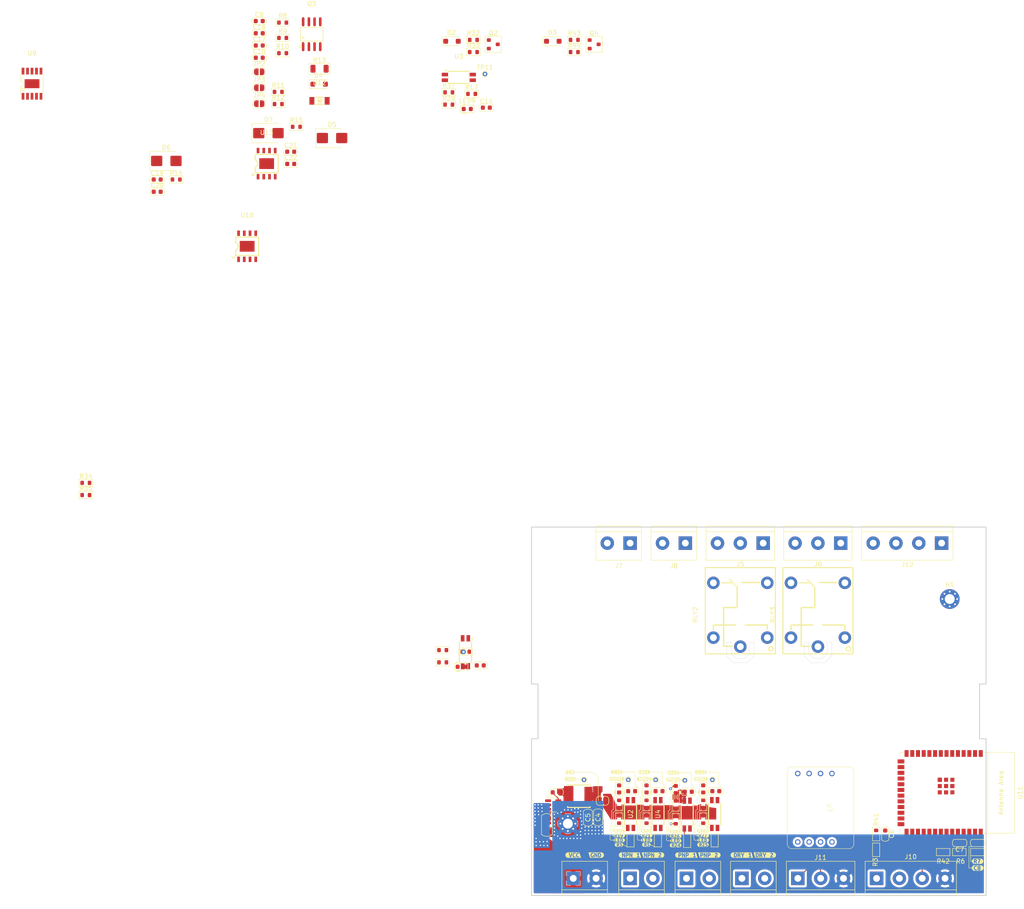
<source format=kicad_pcb>
(kicad_pcb (version 20241229) (generator "pcbnew") (generator_version "9.0")
  (layers (0 "F.Cu" signal) (4 "In1.Cu" signal) (6 "In2.Cu" signal) (2 "B.Cu" signal) (13 "F.Paste" user) (15 "B.Paste" user) (5 "F.SilkS" user "F.Silkscreen") (7 "B.SilkS" user "B.Silkscreen") (1 "F.Mask" user) (3 "B.Mask" user) (25 "Edge.Cuts" user))
  (net 0 "")
  (net 1 "VCC")
  (net 2 "GND")
  (net 3 "Net-(U1-BST)")
  (net 4 "Net-(U1-SW)")
  (net 5 "Net-(JP1-A)")
  (net 6 "/NIVARA_BOARD/ESP32 S3/A_IN0_10")
  (net 7 "/NIVARA_BOARD/ESP32 S3/A_IN0_32")
  (net 8 "/NIVARA_BOARD/ESP32 S3/NPN_IN1")
  (net 9 "/NIVARA_BOARD/ESP32 S3/NPN_IN2")
  (net 10 "Net-(D3-A)")
  (net 11 "Net-(D2-A)")
  (net 12 "/NIVARA_BOARD/RS_B")
  (net 13 "/NIVARA_BOARD/RS_A")
  (net 14 "/NIVARA_BOARD/NPN_IN2")
  (net 15 "/NIVARA_BOARD/NPN_IN1")
  (net 16 "/NIVARA_BOARD/PNP_IN1")
  (net 17 "/NIVARA_BOARD/PNP_IN2")
  (net 18 "/NIVARA_BOARD/REL_COM2")
  (net 19 "/NIVARA_BOARD/REL_NO2")
  (net 20 "/NIVARA_BOARD/REL_NC2")
  (net 21 "/NIVARA_BOARD/REL_COM1")
  (net 22 "/NIVARA_BOARD/REL_NO1")
  (net 23 "/NIVARA_BOARD/REL_NC1")
  (net 24 "/NIVARA_BOARD/NPN_OUT1")
  (net 25 "/NIVARA_BOARD/NPN_OUT2")
  (net 26 "/NIVARA_BOARD/PNP_OUT1")
  (net 27 "/NIVARA_BOARD/PNP_OUT2")
  (net 28 "+3V3")
  (net 29 "Net-(LED5-A)")
  (net 30 "Net-(LED6-A)")
  (net 31 "Net-(LED7-A)")
  (net 32 "Net-(LED8-A)")
  (net 33 "Net-(Q4-B)")
  (net 34 "Net-(Q2-B)")
  (net 35 "Net-(U2-A{slash}C)")
  (net 36 "Net-(U4-A{slash}C)")
  (net 37 "Net-(U5-A{slash}C)")
  (net 38 "Net-(U6-A{slash}C)")
  (net 39 "Net-(U9-V5V)")
  (net 40 "Net-(U9-SET)")
  (net 41 "Net-(U7-VO)")
  (net 42 "Net-(U7-RGND)")
  (net 43 "/NIVARA_BOARD/ESP32 S3/PNP_IN1")
  (net 44 "/NIVARA_BOARD/ESP32 S3/PNP_IN2")
  (net 45 "/NIVARA_BOARD/ESP32 S3/DRY_IN2")
  (net 46 "/NIVARA_BOARD/ESP32 S3/DRY_IN1")
  (net 47 "/NIVARA_BOARD/D_IN2")
  (net 48 "/NIVARA_BOARD/D_IN1")
  (net 49 "/NIVARA_BOARD/A_IN0_10")
  (net 50 "/NIVARA_BOARD/A_IN0_32")
  (net 51 "/NIVARA_BOARD/A_IN4_20")
  (net 52 "/NIVARA_BOARD/A_OUT0_05")
  (net 53 "/NIVARA_BOARD/A_OUT4_20")
  (net 54 "/NIVARA_BOARD/A_OUT0_10")
  (net 55 "Net-(LED9-A)")
  (net 56 "Net-(LED10-A)")
  (net 57 "/NIVARA_BOARD/ESP32 S3/RX")
  (net 58 "Net-(U8-C{slash}A)")
  (net 59 "/NIVARA_BOARD/ESP32 S3/TX")
  (net 60 "Net-(U3-C{slash}A)")
  (net 61 "/NIVARA_BOARD/OUT A 4-20mA/A0")
  (net 62 "Net-(Q3-G)")
  (net 63 "Net-(D5-A1)")
  (net 64 "Net-(U10-V5V)")
  (net 65 "/NIVARA_BOARD/OUT A 4-20mA/A1")
  (net 66 "Net-(U13-V5V)")
  (net 67 "/NIVARA_BOARD/OUT A 4-20mA/A2")
  (net 68 "Net-(D4-A)")
  (net 69 "Net-(U9-IOUT)")
  (net 70 "Net-(U10-SEL)")
  (net 71 "Net-(U13-SEL)")
  (net 72 "/NIVARA_BOARD/ESP32 S3/RELAY_OUT1")
  (net 73 "/NIVARA_BOARD/ESP32 S3/RELAY_OUT2")
  (net 74 "/NIVARA_BOARD/ESP32 S3/I2C.SLCK")
  (net 76 "/NIVARA_BOARD/ESP32 S3/I2C.SDA")
  (net 77 "/NIVARA_BOARD/OUT A 0-10V/I2C.SDA")
  (net 78 "/NIVARA_BOARD/OUT A 0-10V/I2C.SLCK")
  (net 112 "/NIVARA_BOARD/OUT A 0-05V/I2C.SLCK")
  (net 113 "/NIVARA_BOARD/OUT A 0-05V/I2C.SDA")
  (footprint "PCM_Capacitor_SMD_AKL:C_0603_1608Metric" (layer "F.Cu") (at 157.091326 130.340001 180)
    (property "Reference" "C7")
    (property "Value" "100nF" (hide yes))
  )
  (footprint "PCM_Resistor_SMD_AKL:R_0603_1608Metric" (layer "F.Cu") (at 96.4284 129.831401 -90)
    (property "Reference" "R24" (hide yes))
    (property "Value" "1K" (hide yes))
  )
  (footprint "PCM_Capacitor_SMD_AKL:C_0603_1608Metric" (layer "F.Cu") (at 90.168323 118.809001)
    (property "Reference" "C11" (hide yes))
    (property "Value" "1uF" (hide yes))
  )
  (footprint "Jumper:SolderJumper-2_P1.3mm_Open_RoundedPad1.0x1.5mm" (layer "F.Cu") (at 77.584 120.942001)
    (property "Reference" "JP1" (hide yes))
    (property "Value" "SolderJumper_2_Open" (hide yes))
  )
  (footprint "PCM_Resistor_SMD_AKL:R_0603_1608Metric" (layer "F.Cu") (at 6.3861 -52.278199)
    (property "Reference" "R8")
    (property "Value" "1K" (hide yes))
  )
  (footprint "PCM_Resistor_SMD_AKL:R_0603_1608Metric" (layer "F.Cu") (at 5.4096 -34.141199)
    (property "Reference" "R12")
    (property "Value" "100K" (hide yes))
  )
  (footprint "PCM_Capacitor_SMD_AKL:C_0603_1608Metric" (layer "F.Cu") (at -21.540461 -14.631193)
    (property "Reference" "C20")
    (property "Value" "100nF" (hide yes))
  )
  (footprint "PCM_Resistor_SMD_AKL:R_0603_1608Metric" (layer "F.Cu") (at 42.0134 90.130801)
    (property "Reference" "R40" (hide yes))
    (property "Value" "50R" (hide yes))
  )
  (footprint "PCM_LED_SMD_AKL:LED_0603_1608Metric" (layer "F.Cu") (at 93.8884 118.427401 90)
    (property "Reference" "LED7" (hide yes))
    (property "Value" "LED_0603_Green" (hide yes))
  )
  (footprint "kibuzzard-68867375" (layer "F.Cu") (at 81.291323 129.705001)
    (property "Reference" "kibuzzard-68867375" (hide yes))
    (property "Value" "G***" (hide yes))
  )
  (footprint "PCM_Resistor_SMD_AKL:R_0603_1608Metric" (layer "F.Cu") (at 153.4162 132.372001)
    (property "Reference" "R42")
    (property "Value" "10K" (hide yes))
  )
  (footprint "Diode_SMD:D_SOD-123F" (layer "F.Cu") (at 66.5242 -48.123999)
    (property "Reference" "D3")
    (property "Value" "1N4007")
  )
  (footprint "easyeda2kicad:SSOP-4_L2.7-W4.6-P1.27-LS7.0-TL" (layer "F.Cu") (at 45.6042 -40.083999)
    (property "Reference" "U3")
    (property "Value" "AT3H4A-CUH-S")
  )
  (footprint "PCM_Resistor_SMD_AKL:R_0603_1608Metric" (layer "F.Cu") (at 138.4932 131.864001 90)
    (property "Reference" "R3")
    (property "Value" "22K" (hide yes))
  )
  (footprint "PCM_Capacitor_SMD_AKL:C_0603_1608Metric" (layer "F.Cu") (at 1.179539 -44.461185)
    (property "Reference" "C18")
    (property "Value" "100nF" (hide yes))
  )
  (footprint "PCM_Resistor_SMD_AKL:R_0603_1608Metric" (layer "F.Cu") (at 43.3642 -36.748999)
    (property "Reference" "R37")
    (property "Value" "10K" (hide yes))
  )
  (footprint "kibuzzard-68867375" (layer "F.Cu") (at 93.877035 129.840448)
    (property "Reference" "kibuzzard-68867375" (hide yes))
    (property "Value" "G***" (hide yes))
  )
  (footprint "PCM_Resistor_SMD_AKL:R_0603_1608Metric" (layer "F.Cu") (at 138.505804 128.358001 90)
    (property "Reference" "R41")
    (property "Value" "10K" (hide yes))
  )
  (footprint "easyeda2kicad:SSOP-4_L2.7-W4.6-P1.27-LS7.0-TL" (layer "F.Cu") (at 96.4284 124.015401 90)
    (property "Reference" "U5" (hide yes))
    (property "Value" "AT3H4A-CUH-S" (hide yes))
  )
  (footprint "easyeda2kicad:RELAY-TH_SRD-XXVDC-XL-C" (layer "F.Cu") (at 108.2672 79.528001 90)
    (property "Reference" "RLY2")
    (property "Value" "SRD-24VDC-SL-C" (hide yes))
  )
  (footprint "kibuzzard-6886ADA1" (layer "F.Cu") (at 93.369035 114.699448)
    (property "Reference" "kibuzzard-6886ADA1" (hide yes))
    (property "Value" "G***" (hide yes))
  )
  (footprint "PCM_LED_SMD_AKL:LED_0603_1608Metric" (layer "F.Cu") (at 100.0122 118.300401 90)
    (property "Reference" "LED8" (hide yes))
    (property "Value" "LED_0603_Green" (hide yes))
  )
  (footprint "PCM_Capacitor_SMD_AKL:C_0603_1608Metric" (layer "F.Cu") (at 50.373339 90.810803)
    (property "Reference" "C15" (hide yes))
    (property "Value" "1uF" (hide yes))
  )
  (footprint "kibuzzard-68868B65" (layer "F.Cu") (at 161.0362 135.902601)
    (property "Reference" "kibuzzard-68868B65" (hide yes))
    (property "Value" "G***" (hide yes))
  )
  (footprint "kibuzzard-68868F72" (layer "F.Cu") (at 113.712027 133.032401)
    (property "Reference" "kibuzzard-68868F72" (hide yes))
    (property "Value" "G***" (hide yes))
  )
  (footprint "Diode_SMD:D_SOD-123F" (layer "F.Cu") (at 14.5096 -38.576199)
    (property "Reference" "D4")
    (property "Value" "1N4007")
  )
  (footprint "Package_TO_SOT_SMD:TSOT-23-6" (layer "F.Cu") (at 66.6077 121.871601)
    (property "Reference" "U1" (hide yes))
    (property "Value" "AP63203WU" (hide yes))
  )
  (footprint "TerminalBlock:TerminalBlock_bornier-2_P5.08mm" (layer "F.Cu") (at 83.7308 63.588801 180)
    (property "Reference" "J7")
    (property "Value" "O_NPN")
  )
  (footprint "kibuzzard-68868D86" (layer "F.Cu") (at 83.714627 133.032401)
    (property "Reference" "kibuzzard-68868D86" (hide yes))
    (property "Value" "G***" (hide yes))
  )
  (footprint "PCM_Package_TO_SOT_SMD_AKL:SOT-23" (layer "F.Cu") (at 75.7242 -47.438999)
    (property "Reference" "Q4")
    (property "Value" "PMBT3904" (hide yes))
  )
  (footprint "kibuzzard-6886AD61" (layer "F.Cu") (at 80.783323 116.088001)
    (property "Reference" "kibuzzard-6886AD61" (hide yes))
    (property "Value" "G***" (hide yes))
  )
  (footprint "PCM_Resistor_SMD_AKL:R_0603_1608Metric" (layer "F.Cu") (at 161.0362 132.372001)
    (property "Reference" "R7" (hide yes))
    (property "Value" "150R" (hide yes))
  )
  (footprint "kibuzzard-68868CAC" (layer "F.Cu") (at 71.072939 133.032401)
    (property "Reference" "kibuzzard-68868CAC" (hide yes))
    (property "Value" "G***" (hide yes))
  )
  (footprint "PCM_LED_SMD_AKL:LED_0603_1608Metric" (layer "F.Cu") (at 46.1334 91.110801)
    (property "Reference" "LED10" (hide yes))
    (property "Value" "LED_0603_Green" (hide yes))
  )
  (footprint "Diode_SMD:D_SMB" (layer "F.Cu") (at 3.2196 -27.676199)
    (property "Reference" "D7")
    (property "Value" "SM6T12A")
  )
  (footprint "PCM_Espressif:ESP32-S3-WROOM-1" (layer "F.Cu") (at 153.5232 119.164001 -90)
    (property "Reference" "U11")
    (property "Value" "ESP32-S3-WROOM-1")
  )
  (footprint "kibuzzard-6886CB54" (layer "F.Cu") (at 70.4212 114.592001)
    (property "Reference" "kibuzzard-6886CB54" (hide yes))
    (property "Value" "G***" (hide yes))
  )
  (footprint "kibuzzard-6886740D" (layer "F.Cu") (at 87.387323 128.689001)
    (property "Reference" "kibuzzard-6886740D" (hide yes))
    (property "Value" "G***" (hide yes))
  )
  (footprint "Diode_SMD:D_SOD-123F" (layer "F.Cu") (at 44.0742 -48.123999)
    (property "Reference" "D2")
    (property "Value" "1N4007")
  )
  (footprint "PCM_Resistor_SMD_AKL:R_0603_1608Metric" (layer "F.Cu") (at 93.8884 121.792401 90)
    (property "Reference" "R26" (hide yes))
    (property "Value" "10K" (hide yes))
  )
  (footprint "PCM_Resistor_SMD_AKL:R_1206_3216Metric" (layer "F.Cu") (at 14.5996 -42.011199)
    (property "Reference" "R13")
    (property "Value" "15R" (hide yes))
  )
  (footprint "kibuzzard-68868E8A" (layer "F.Cu") (at 101.367627 133.032401)
    (property "Reference" "kibuzzard-68868E8A" (hide yes))
    (property "Value" "G***" (hide yes))
  )
  (footprint "kibuzzard-6886ADE0" (layer "F.Cu") (at 93.877035 127.808448)
    (property "Reference" "kibuzzard-6886ADE0" (hide yes))
    (property "Value" "G***" (hide yes))
  )
  (footprint "TerminalBlock:TerminalBlock_bornier-2_P5.08mm" (layer "F.Cu") (at 96.0244 63.588801 180)
    (property "Reference" "J8")
    (property "Value" "O_PNP")
  )
  (footprint "PCM_LED_SMD_AKL:LED_0603_1608Metric" (layer "F.Cu") (at 47.4842 -33.048999)
    (property "Reference" "LED9")
    (property "Value" "LED_0603_Green" (hide yes))
  )
  (footprint "PCM_Capacitor_SMD_AKL:C_0603_1608Metric" (layer "F.Cu") (at 84.072323 118.809001)
    (property "Reference" "C10" (hide yes))
    (property "Value" "1uF" (hide yes))
  )
  (footprint "TerminalBlock:TerminalBlock_bornier-3_P5.08mm" (layer "F.Cu") (at 130.6192 63.588801 180)
    (property "Reference" "J6")
    (property "Value" "RELAY_2")
  )
  (footprint "PCM_Resistor_SMD_AKL:R_0603_1608Metric" (layer "F.Cu") (at 87.387323 121.666001 90)
    (property "Reference" "R21" (hide yes))
    (property "Value" "10K" (hide yes))
  )
  (footprint "PCM_Capacitor_SMD_AKL:C_0603_1608Metric" (layer "F.Cu") (at 1.179539 -52.621197)
    (property "Reference" "C9")
    (property "Value" "1uF" (hide yes))
  )
  (footprint "kibuzzard-68867375" (layer "F.Cu") (at 87.387323 129.705001)
    (property "Reference" "kibuzzard-68867375" (hide yes))
    (property "Value" "G***" (hide yes))
  )
  (footprint "PCM_Resistor_SMD_AKL:R_0603_1608Metric" (layer "F.Cu") (at -37.4178 50.172801)
    (property "Reference" "R34")
    (property "Value" "47K" (hide yes))
  )
  (footprint "kibuzzard-688671E8" (layer "F.Cu") (at 81.291323 127.673001)
    (property "Reference" "kibuzzard-688671E8" (hide yes))
    (property "Value" "G***" (hide yes))
  )
  (footprint "PCM_LED_SMD_AKL:LED_0603_1608Metric" (layer "F.Cu") (at 81.291323 118.301001 90)
    (property "Reference" "LED5" (hide yes))
    (property "Value" "LED_0603_Green" (hide yes))
  )
  (footprint "easyeda2kicad:IND-SMD_L5.0-W5.0_FNR50XXS" (layer "F.Cu") (at 72.3172 119.926001)
    (property "Reference" "L2" (hide yes))
    (property "Value" "FNR5020S3R9NT" (hide yes))
  )
  (footprint "PCM_Resistor_SMD_AKL:R_0603_1608Metric" (layer "F.Cu") (at 71.3042 -48.438999)
    (property "Reference" "R43")
    (property "Value" "22K" (hide yes))
  )
  (footprint "PCM_Resistor_SMD_AKL:R_0603_1608Metric" (layer "F.Cu") (at 43.3642 -34.028999)
    (property "Reference" "R39")
    (property "Value" "50R" (hide yes))
  )
  (footprint "PCM_Resistor_SMD_AKL:R_0603_1608Metric" (layer "F.Cu") (at 42.0134 87.410801)
    (property "Reference" "R38" (hide yes))
    (property "Value" "10K" (hide yes))
  )
  (footprint "PCM_Capacitor_SMD_AKL:C_0603_1608Metric" (layer "F.Cu") (at 161.0862 130.340001 180)
    (property "Reference" "C8" (hide yes))
    (property "Value" "100nF" (hide yes))
  )
  (footprint "easyeda2kicad:SOP-8_L5.0-W4.0-P1.27-LS6.0-BL" (layer "F.Cu") (at 12.8596 -49.691199)
    (property "Reference" "Q3")
    (property "Value" "BRCS4435SC")
  )
  (footprint "PCM_Resistor_SMD_AKL:R_0603_1608Metric" (layer "F.Cu") (at 48.8542 -48.438999)
    (property "Reference" "R32")
    (property "Value" "22K" (hide yes))
  )
  (footprint "kibuzzard-6886AE62" (layer "F.Cu") (at 99.981145 128.699227)
    (property "Reference" "kibuzzard-6886AE62" (hide yes))
    (property "Value" "G***" (hide yes))
  )
  (footprint "PCM_Resistor_SMD_AKL:R_0603_1608Metric" (layer "F.Cu") (at 6.3861 -48.872199)
    (property "Reference" "R9")
    (property "Value" "1K" (hide yes))
  )
  (footprint "PCM_Capacitor_SMD_AKL:C_0805_2012Metric" (layer "F.Cu") (at 76.612004 124.620001 -90)
    (property "Reference" "C4")
    (property "Value" "22uF" (hide yes))
  )
  (footprint "TestPoint:TestPoint_THTPad_D1.0mm_Drill0.5mm" (layer "F.Cu") (at 51.4292 -40.833999)
    (property "Reference" "TP11")
    (property "Value" "TestPoint")
  )
  (footprint "TerminalBlock:TerminalBlock_bornier-3_P5.08mm" (layer "F.Cu") (at 113.3472 63.588801 180)
    (property "Reference" "J5")
    (property "Value" "RELAY_1")
  )
  (footprint "kibuzzard-68867375" (layer "F.Cu") (at 99.981145 129.715227)
    (property "Reference" "kibuzzard-68867375" (hide yes))
    (property "Value" "G***" (hide yes))
  )
  (footprint "easyeda2kicad:SSOP-4_L2.7-W4.6-P1.27-LS7.0-TL" (layer "F.Cu") (at 83.831323 123.889001 90)
    (property "Reference" "U2")
    (property "Value" "AT3H4A-CUH-S" (hide yes))
  )
  (footprint "kibuzzard-688673E6" (layer "F.Cu") (at 87.387323 127.673001)
    (property "Reference" "kibuzzard-688673E6" (hide yes))
    (property "Value" "G***" (hide yes))
  )
  (footprint "TerminalBlock:TerminalBlock_bornier-2_P5.08mm" (layer "F.Cu") (at 108.6228 138.214001)
    (property "Reference" "J9" (hide yes))
    (property "Value" "I_DIG" (hide yes))
  )
  (footprint "PCM_Capacitor_SMD_AKL:C_0603_1608Metric" (layer "F.Cu") (at 140.5252 128.337288 -90)
    (property "Reference" "C6")
    (property "Value" "100nF" (hide yes))
  )
  (footprint "PCM_Capacitor_SMD_AKL:C_0603_1608Metric" (layer "F.Cu") (at 1.179539 -47.181189)
    (property "Reference" "C17")
    (property "Value" "1uF" (hide yes))
  )
  (footprint "TerminalBlock:TerminalBlock_bornier-3_P5.08mm" (layer "F.Cu") (at 121.0688 138.214001)
    (property "Reference" "J11")
    (property "Value" "RS485")
  )
  (footprint "PCM_Capacitor_SMD_AKL:C_0603_1608Metric" (layer "F.Cu") (at 1.179539 -49.901193)
    (property "Reference" "C16")
    (property "Value" "220uF" (hide yes))
  )
  (footprint "kibuzzard-6886ADF2" (layer "F.Cu") (at 93.877035 128.824448)
    (property "Reference" "kibuzzard-6886ADF2" (hide yes))
    (property "Value" "G***" (hide yes))
  )
  (footprint "Diode_SMD:D_SMB" (layer "F.Cu") (at 17.386 -26.581199)
    (property "Reference" "D5")
    (property "Value" "SM6T24A")
  )
  (footprint "PCM_Resistor_SMD_AKL:R_0603_1608Metric" (layer "F.Cu") (at 6.3861 -45.466199)
    (property "Reference" "R10")
    (property "Value" "1K" (hide yes))
  )
  (footprint "kibuzzard-68869F01" (layer "F.Cu") (at 87.387323 130.721001)
    (property "Reference" "kibuzzard-68869F01" (hide yes))
    (property "Value" "G***" (hide yes))
  )
  (footprint "kibuzzard-6886CB2B" (layer "F.Cu") (at 70.4212 116.116001)
    (property "Reference" "kibuzzard-6886CB2B" (hide yes))
    (property "Value" "G***" (hide yes))
  )
  (footprint "TerminalBlock:TerminalBlock_bornier-2_P5.08mm" (layer "F.Cu") (at 71.0816 138.214001)
    (property "Reference" "J1" (hide yes))
    (property "Value" "Power" (hide yes))
  )
  (footprint "TerminalBlock:TerminalBlock_bornier-4_P5.08mm" (layer "F.Cu") (at 153.0728 63.588801 180)
    (property "Reference" "J12")
    (property "Value" "O_ANALOG")
  )
  (footprint "TestPoint:TestPoint_THTPad_D1.0mm_Drill0.5mm" (layer "F.Cu") (at 95.9204 116.395401)
    (property "Reference" "TP9" (hide yes))
    (property "Value" "TestPoint" (hide yes))
  )
  (footprint "PCM_Resistor_SMD_AKL:R_0603_1608Metric" (layer "F.Cu") (at -37.4178 52.892801)
    (property "Reference" "R35")
    (property "Value" "47K" (hide yes))
  )
  (footprint "PCM_Resistor_SMD_AKL:R_0603_1608Metric" (layer "F.Cu") (at 102.5522 129.704401 -90)
    (property "Reference" "R25" (hide yes))
    (property "Value" "1K" (hide yes))
  )
  (footprint "PCM_Capacitor_SMD_AKL:C_0805_2012Metric" (layer "F.Cu") (at 74.3492 124.686001 -90)
    (property "Reference" "C5")
    (property "Value" "22uF" (hide yes))
  )
  (footprint "PCM_Resistor_SMD_AKL:R_0603_1608Metric" (layer "F.Cu") (at 47.1099 87.753801)
    (property "Reference" "R16" (hide yes))
    (property "Value" "?" (hide yes))
  )
  (footprint "TerminalBlock:TerminalBlock_bornier-2_P5.08mm" (layer "F.Cu") (at 83.7308 138.214001)
    (property "Reference" "J3" (hide yes))
    (property "Value" "I_NPN" (hide yes))
  )
  (footprint "kibuzzard-6886A148" (layer "F.Cu") (at 86.886683 114.564001)
    (property "Reference" "kibuzzard-6886A148" (hide yes))
    (property "Value" "G***" (hide yes))
  )
  (footprint "PCM_Capacitor_SMD_AKL:C_0603_1608Metric" (layer "F.Cu") (at 102.8062 118.805201)
    (property "Reference" "C13" (hide yes))
    (property "Value" "1uF" (hide yes))
  )
  (footprint "PCM_Resistor_SMD_AKL:R_0603_1608Metric" (layer "F.Cu") (at 100.0122 121.665401 90)
    (property "Reference" "R27" (hide yes))
    (property "Value" "10K" (hide yes))
  )
  (footprint "kibuzzard-68869F01" (layer "F.Cu") (at 81.291323 130.721001)
    (property "Reference" "kibuzzard-68869F01" (hide yes))
    (property "Value" "G***" (hide yes))
  )
  (footprint "PCM_Capacitor_SMD_AKL:C_0603_1608Metric" (layer "F.Cu") (at 67.2716 119.062401)
    (property "Reference" "C2" (hide yes))
    (property "Value" "100nF" (hide yes))
  )
  (footprint "PCM_Resistor_SMD_AKL:R_0603_1608Metric" (layer "F.Cu") (at 71.3042 -45.718999)
    (property "Reference" "R44")
    (property "Value" "?" (hide yes))
  )
  (footprint "kibuzzard-6886AD53" (layer "F.Cu") (at 86.879323 116.088001)
    (property "Reference" "kibuzzard-6886AD53" (hide yes))
    (property "Value" "G***" (hide yes))
  )
  (footprint "kibuzzard-68857B38" (layer "F.Cu") (at 161.0362 134.404001)
    (property "Reference" "kibuzzard-68857B38" (hide yes))
    (property "Value" "G***" (hide yes))
  )
  (footprint "PCM_Capacitor_SMD_AKL:C_1206_3216Metric" (layer "F.Cu") (at 65.2052 126.325001 -90)
    (property "Reference" "C1" (hide yes))
    (property "Value" "10uF" (hide yes))
  )
  (footprint "kibuzzard-6886A071" (layer "F.Cu") (at 99.473145 116.098227)
    (property "Reference" "kibuzzard-6886A071" (hide yes))
    (property "Value" "G***" (hide yes))
  )
  (footprint "PCM_LED_SMD_AKL:LED_0603_1608Metric" (layer "F.Cu") (at 87.387323 118.301001 90)
    (property "Reference" "LED6" (hide yes))
    (property "Value" "LED_0603_Green" (hide yes))
  )
  (footprint "TestPoint:TestPoint_THTPad_D1.0mm_Drill0.5mm" (layer "F.Cu") (at 83.323323 116.269001)
    (property "Reference" "TP6" (hide yes))
    (property "Value" "TestPoint" (hide yes))
  )
  (footprint "PCM_Resistor_SMD_AKL:R_0603_1608Metric" (layer "F.Cu") (at 157.0096 132.372001 180)
    (property "Reference" "R6")
    (property "Value" "1K" (hide yes))
  )
  (footprint "PCM_Resistor_SMD_AKL:R_0603_1608Metric" (layer "F.Cu") (at 48.8542 -45.718999)
    (property "Reference" "R33")
    (property "Value" "?" (hide yes))
  )
  (footprint "PCM_Resistor_SMD_AKL:R_0603_1608Metric" (layer "F.Cu") (at 93.8884 125.231401 -90)
    (property "Reference" "R28" (hide yes))
    (property "Value" "?" (hide yes))
  )
  (footprint "PCM_Capacitor_SMD_AKL:C_0603_1608Metric" (layer "F.Cu") (at -21.540461 -17.351197)
    (property "Reference" "C19")
    (property "Value" "1uF" (hide yes))
  )
  (footprint "kibuzzard-68868DBB" (layer "F.Cu") (at 88.820027 133.032401)
    (property "Reference" "kibuzzard-68868DBB" (hide yes))
    (property "Value" "G***" (hide yes))
  )
  (footprint "easyeda2kicad:SSOP-4_L2.7-W4.6-P1.27-LS7.0-TL" (layer "F.Cu") (at 89.927323 123.889001 90)
    (property "Reference" "U4")
    (property "Value" "AT3H4A-CUH-S" (hide yes))
  )
  (footprint "kibuzzard-6886AE03" (layer "F.Cu") (at 93.877035 130.856448)
    (property "Reference" "kibuzzard-6886AE03" (hide yes))
    (property "Value" "G***" (hide yes))
  )
  (footprint "kibuzzard-6886AE38" (layer "F.Cu") (at 99.981145 127.683227)
    (property "Reference" "kibuzzard-6886AE38" (hide yes))
    (property "Value" "G***" (hide yes))
  )
  (footprint "easyeda2kicad:SSOP-4_L2.7-W4.6-P1.27-LS7.0-TL" (layer "F.Cu") (at 47.0836 87.872401 -90)
    (property "Reference" "U8" (hide yes))
    (property "Value" "AT3H4A-CUH-S" (hide yes))
  )
  (footprint "TestPoint:TestPoint_THTPad_D1.0mm_Drill0.5mm" (layer "F.Cu") (at 46.636517 87.796201)
    (property "Reference" "TP12" (hide yes))
    (property "Value" "TestPoint" (hide yes))
  )
  (footprint "TestPoint:TestPoint_THTPad_D1.0mm_Drill0.5mm" (layer "F.Cu") (at 73.4692 116.269001)
    (property "Reference" "TP1" (hide yes))
    (property "Value" "TestPoint" (hide yes))
  )
  (footprint "kibuzzard-6886A071" (layer "F.Cu") (at 93.369035 116.223448)
    (property "Reference" "kibuzzard-6886A071" (hide yes))
    (property "Value" "G***" (hide yes))
  )
  (footprint "kibuzzard-6886A0F4" (layer "F.Cu") (at 80.783323 114.564001)
    (property "Reference" "kibuzzard-6886A0F4" (hide yes))
    (property "Value" "G***" (hide yes))
  )
  (footprint "Jumper:SolderJumper-2_P1.3mm_Open_RoundedPad1.0x1.5mm" (layer "F.Cu") (at 1.1746 -34.226199)
    (property "Reference" "JP4")
    (property "Value" "A2")
  )
  (footprint "PCM_Resistor_SMD_AKL:R_0603_1608Metric" (layer "F.Cu") (at 5.4096 -36.861199)
    (property "Reference" "R11")
    (property "Value" "2.5K" (hide yes))
  )
  (footprint "MountingHole:MountingHole_2.2mm_M2_Pad_Via" (layer "F.Cu") (at 154.8772 76.032001)
    (property "Reference" "H1")
    (property "Value" "MountingHole_Pad")
  )
  (footprint "easyeda2kicad:SSOP-4_L2.7-W4.6-P1.27-LS7.0-TL" (layer "F.Cu") (at 102.5522 123.888401 90)
    (property "Reference" "U6" (hide yes))
    (property "Value" "AT3H4A-CUH-S" (hide yes))
  )
  (footprint "PCM_Resistor_SMD_AKL:R_0603_1608Metric" (layer "F.Cu") (at 83.831323 129.705001 -90)
    (property "Reference" "R4" (hide yes))
    (property "Value" "1K" (hide yes))
  )
  (footprint "TestPoint:TestPoint_THTPad_D1.0mm_Drill0.5mm" (layer "F.Cu") (at 102.0442 116.268401)
    (property "Reference" "TP10" (hide yes))
    (property "Value" "TestPoint" (hide yes))
  )
  (footprint "kibuzzard-688672FE" (layer "F.Cu") (at 81.291323 128.689001)
    (property "Reference" "kibuzzard-688672FE" (hide yes))
    (property "Value" "G***" (hide yes))
  )
  (footprint "MountingHole:MountingHole_2.2mm_M2_Pad_Via" (layer "F.Cu") (at 69.8772 126.032001)
    (property "Reference" "H2" (hide yes))
    (property "Value" "MountingHole_Pad")
  )
  (footprint "PCM_Resistor_SMD_AKL:R_0603_1608Metric" (layer "F.Cu") (at 100.0122 125.104401 -90)
    (property "Reference" "R29" (hide yes))
    (property "Value" "?" (hide yes))
  )
  (footprint "Diode_SMD:D_SMB" (layer "F.Cu") (at -19.5004 -21.486199)
    (property "Reference" "D6")
    (property "Value" "SM6T12A")
  )
  (footprint "PCM_Resistor_SMD_AKL:R_0603_1608Metric" (layer "F.Cu") (at 81.291323 125.096001 -90)
    (property "Reference" "R20" (hide yes))
    (property "Value" "50R" (hide yes))
  )
  (footprint "PCM_Capacitor_SMD_AKL:C_0603_1608Metric" (layer "F.Cu") (at 8.179539 -23.541197)
    (property "Reference" "C21")
    (property "Value" "1uF" (hide yes))
  )
  (footprint "PCM_Capacitor_SMD_AKL:C_0603_1608Metric" (layer "F.Cu") (at 51.724139 -33.348997)
    (property "Reference" "C14")
    (property "Value" "1uF" (hide yes))
  )
  (footprint "Jumper:SolderJumper-2_P1.3mm_Open_RoundedPad1.0x1.5mm" (layer "F.Cu") (at 1.1746 -41.326199)
    (property "Reference" "JP2")
    (property "Value" "A0")
  )
  (footprint "TestPoint:TestPoint_THTPad_D1.0mm_Drill0.5mm" (layer "F.Cu") (at 89.419323 116.269001)
    (property "Reference" "TP7" (hide yes))
    (property "Value" "TestPoint" (hide yes))
  )
  (footprint "PCM_Resistor_SMD_AKL:R_0603_1608Metric" (layer "F.Cu") (at 9.4496 -29.091199)
    (property "Reference" "R15")
    (property "Value" "0R" (hide yes))
  )
  (footprint "easyeda2kicad:RELAY-TH_SRD-XXVDC-XL-C" (layer "F.Cu") (at 125.5392 79.528001 90)
    (property "Reference" "RLY3")
    (property "Value" "SRD-24VDC-SL-C" (hide yes))
  )
  (footprint "PCM_Resistor_SMD_AKL:R_0603_1608Metric" (layer "F.Cu") (at 89.927323 129.705001 -90)
    (property "Reference" "R5" (hide yes))
    (property "Value" "1K" (hide yes))
  )
  (footprint "easyeda2kicad:ESOP-10_L4.9-W3.9-P1.00-LS6.1-BL-EP" (layer "F.Cu") (at -49.4044 -38.679799)
    (property "Reference" "U9")
    (property "Value" "GP8303-TC50-EW")
  )
  (footprint "TerminalBlock:TerminalBlock_bornier-4_P5.08mm" (layer "F.Cu") (at 138.5948 138.214001)
    (property "Reference" "J10")
    (property "Value" "I_ANALOG")
  )
  (footprint "kibuzzard-68868E7D" (layer "F.Cu") (at 96.262227 133.032401)
    (property "Reference" "kibuzzard-68868E7D" (hide yes))
    (property "Value" "G***" (hide yes))
  )
  (footprint "PCM_Resistor_SMD_AKL:R_0603_1608Metric" (layer "F.Cu") (at 87.387323 125.096001 -90)
    (property "Reference" "R22" (hide yes))
    (property "Value" "50R" (hide yes))
  )
  (footprint "PCM_Package_TO_SOT_SMD_AKL:SOT-23" (layer "F.Cu") (at 53.2742 -47.438999)
    (property "Reference" "Q2")
    (property "Value" "PMBT3904" (hide yes))
  )
  (footprint "kibuzzard-6886ADC6" (layer "F.Cu") (at 99.473145 114.574227)
    (property "Reference" "kibuzzard-6886ADC6" (hide yes))
    (property "Value" "G***" (hide yes))
  )
  (footprint "TerminalBlock:TerminalBlock_bornier-2_P5.08mm" (layer "F.Cu") (at 96.2784 138.214001)
    (property "Reference" "J4" (hide yes))
    (property "Value" "I_PNP" (hide yes))
  )
  (footprint "kibuzzard-68868CE5" (layer "F.Cu") (at 76.178339 133.032401)
    (property "Reference" "kibuzzard-68868CE5" (hide yes))
    (property "Value" "G***" (hide yes))
  )
  (footprint "Jumper:SolderJumper-2_P1.3mm_Open_RoundedPad1.0x1.5mm" (layer "F.Cu") (at 1.1746 -37.776199)
    (property "Reference" "JP3")
    (property "Value" "A1")
  )
  (footprint "PCM_Resistor_SMD_AKL:R_0603_1608Metric" (layer "F.Cu") (at 48.4607 -36.405999)
    (property "Reference" "R17")
    (property "Value" "?" (hide yes))
  )
  (footprint "easyeda2kicad:ESOP-8_L4.9-W3.9-P1.27-LS6.0-BL-EP" (layer "F.Cu") (at 2.8246 -20.891199)
    (property "Reference" "U13")
    (property "Value" "GP8201S-TC50-EW")
  )
  (footprint "PCM_Resistor_SMD_AKL:R_0603_1608Metric" (layer "F.Cu") (at 81.291323 121.666001 90)
    (property "Reference" "R19" (hide yes))
    (property "Value" "10K" (hide yes))
  )
  (footprint "PCM_Capacitor_SMD_AKL:C_0603_1608Metric" (layer "F.Cu") (at 8.179539 -20.821193)
    (property "Reference" "C22")
    (property "Value" "100nF" (hide yes))
  )
  (footprint "easyeda2kicad:LL-34_L3.5-W1.5-RD-2" (layer "F.Cu") (at 14.592 -34.861599)
    (property "Reference" "U12")
    (property "Value" "ZMM12V_C5345999")
  )
  (footprint "kibuzzard-6886AE16" (layer "F.Cu") (at 99.981145 130.731227)
    (property "Reference" "kibuzzard-6886AE16" (hide yes))
    (property "Value" "G***" (hide yes))
  )
  (footprint "PCM_Capacitor_SMD_AKL:C_0603_1608Metric" (layer "F.Cu") (at 96.6824 118.932201)
    (property "Reference" "C12" (hide yes))
    (property "Value" "1uF" (hide yes))
  )
  (footprint "TD321D485H-A-LB:TD321D485H-A-LB" (layer "F.Cu") (at 126.1234 122.491401 -90)
    (property "Reference" "U7")
    (property "Value" "TD321D485H-A-LB")
  )
  (footprint "PCM_Resistor_SMD_AKL:R_0603_1608Metric" (layer "F.Cu") (at -17.3104 -17.351199)
    (property "Reference" "R14")
    (property "Value" "0R" (hide yes))
  )
  (footprint "easyeda2kicad:ESOP-8_L4.9-W3.9-P1.27-LS6.0-BL-EP" (layer "F.Cu") (at -1.513539 -2.484801)
    (property "Reference" "U10")
    (property "Value" "GP8201S-TC50-EW")
  )
  (footprint "kibuzzard-68868F64" (layer "F.Cu") (at 108.606627 133.032401)
    (property "Reference" "kibuzzard-68868F64" (hide yes))
    (property "Value" "G***" (hide yes))
  )
  (gr_line (start 159.692052 135.902601) (end 159.1434 135.902601) (stroke (width 0.1)) (layer "F.SilkS"))
  (gr_line (start 79.2604 126.657001) (end 79.62772 126.149001) (stroke (width 0.1)) (layer "F.SilkS"))
  (gr_line (start 89.127323 131.205001) (end 88.364131 130.721001) (stroke (width 0.1)) (layer "F.SilkS"))
  (gr_line (start 92.213432 123.236448) (end 92.608112 122.982448) (stroke (width 0.1)) (layer "F.SilkS"))
  (gr_line (start 80.0224 120.053001) (end 80.4924 119.801001) (stroke (width 0.1)) (layer "F.SilkS"))
  (gr_line (start 101.096911 116.098227) (end 101.365201 116.098227) (stroke (width 0.1)) (layer "F.SilkS"))
  (gr_line (start 159.736074 134.404001) (end 159.5362 134.404001) (stroke (width 0.1)) (layer "F.SilkS"))
  (gr_arc (start 85.972643 128.689001) (mid 85.795853 128.615785) (end 85.722643 128.439001) (stroke (width 0.1)) (layer "F.SilkS"))
  (gr_line (start 80.184785 129.705001) (end 79.5104 129.705001) (stroke (width 0.1)) (layer "F.SilkS"))
  (gr_line (start 98.683784 127.683227) (end 98.6938 127.175227) (stroke (width 0.1)) (layer "F.SilkS"))
  (gr_line (start 85.722643 126.149001) (end 85.722643 123.101001) (stroke (width 0.1)) (layer "F.SilkS"))
  (gr_line (start 82.307323 116.088001) (end 82.647129 116.088001) (stroke (width 0.1)) (layer "F.SilkS"))
  (gr_line (start 92.213432 126.284448) (end 92.213432 123.236448) (stroke (width 0.1)) (layer "F.SilkS"))
  (gr_line (start 86.098901 127.165001) (end 86.587323 126.596001) (stroke (width 0.1)) (layer "F.SilkS"))
  (gr_line (start 85.355323 126.657001) (end 85.722643 126.149001) (stroke (width 0.1)) (layer "F.SilkS"))
  (gr_line (start 92.608112 120.188448) (end 93.078112 119.936448) (stroke (width 0.1)) (layer "F.SilkS"))
  (gr_line (start 81.976756 114.564001) (end 84.847323 114.564001) (stroke (width 0.1)) (layer "F.SilkS"))
  (gr_line (start 79.993962 127.673001) (end 80.003978 127.165001) (stroke (width 0.1)) (layer "F.SilkS"))
  (gr_line (start 80.003978 126.403001) (end 80.003978 123.486948) (stroke (width 0.1)) (layer "F.SilkS"))
  (gr_arc (start 85.605323 129.705001) (mid 85.428546 129.631778) (end 85.355323 129.455001) (stroke (width 0.1)) (layer "F.SilkS"))
  (gr_line (start 98.874607 129.715227) (end 98.200222 129.715227) (stroke (width 0.1)) (layer "F.SilkS"))
  (gr_line (start 85.722643 123.101001) (end 86.117323 122.847001) (stroke (width 0.1)) (layer "F.SilkS"))
  (gr_line (start 100.796857 114.574227) (end 103.4412 114.574227) (stroke (width 0.1)) (layer "F.SilkS"))
  (gr_line (start 86.117323 122.847001) (end 86.098901 120.053001) (stroke (width 0.1)) (layer "F.SilkS"))
  (gr_line (start 79.62772 126.149001) (end 79.62772 123.101001) (stroke (width 0.1)) (layer "F.SilkS"))
  (gr_line (start 92.58969 127.300448) (end 93.078112 126.731448) (stroke (width 0.1)) (layer "F.SilkS"))
  (gr_line (start 103.4412 114.574227) (end 103.4412 117.132001) (stroke (width 0.1)) (layer "F.SilkS"))
  (gr_line (start 92.801332 128.824448) (end 92.463432 128.824448) (stroke (width 0.1)) (layer "F.SilkS"))
  (gr_line (start 85.355323 129.455001) (end 85.355323 126.657001) (stroke (width 0.1)) (layer "F.SilkS"))
  (gr_line (start 98.6938 123.497174) (end 99.182222 123.176227) (stroke (width 0.1)) (layer "F.SilkS"))
  (gr_line (start 76.6412 115.720433) (end 76.6412 120.896001) (stroke (width 0.1)) (layer "F.SilkS"))
  (gr_line (start 92.579674 127.808448) (end 92.58969 127.300448) (stroke (width 0.1)) (layer "F.SilkS"))
  (gr_line (start 98.6938 126.413227) (end 98.6938 123.497174) (stroke (width 0.1)) (layer "F.SilkS"))
  (gr_line (start 86.348765 129.705001) (end 85.605323 129.705001) (stroke (width 0.1)) (layer "F.SilkS"))
  (gr_arc (start 79.87772 128.689001) (mid 79.700945 128.615777) (end 79.62772 128.439001) (stroke (width 0.1)) (layer "F.SilkS"))
  (gr_line (start 88.403323 116.088001) (end 88.719323 116.088001) (stroke (width 0.1)) (layer "F.SilkS"))
  (gr_line (start 80.21562 128.689001) (end 79.87772 128.689001) (stroke (width 0.1)) (layer "F.SilkS"))
  (gr_line (start 94.699855 114.699448) (end 97.3452 114.699448) (stroke (width 0.1)) (layer "F.SilkS"))
  (gr_line (start 86.098901 126.403001) (end 86.098901 123.486948) (stroke (width 0.1)) (layer "F.SilkS"))
  (gr_line (start 91.846112 129.590448) (end 91.846112 126.792448) (stroke (width 0.1)) (layer "F.SilkS"))
  (gr_line (start 92.770497 129.840448) (end 92.096112 129.840448) (stroke (width 0.1)) (layer "F.SilkS"))
  (gr_line (start 80.003978 123.486948) (end 80.4924 123.166001) (stroke (width 0.1)) (layer "F.SilkS"))
  (gr_arc (start 98.567542 128.699227) (mid 98.390765 128.626004) (end 98.317542 128.449227) (stroke (width 0.1)) (layer "F.SilkS"))
  (gr_line (start 86.117323 120.053001) (end 86.587323 119.801001) (stroke (width 0.1)) (layer "F.SilkS"))
  (gr_line (start 85.722643 128.439001) (end 85.722643 126.911001) (stroke (width 0.1)) (layer "F.SilkS"))
  (gr_arc (start 92.463432 128.824448) (mid 92.286655 128.751225) (end 92.213432 128.574448) (stroke (width 0.1)) (layer "F.SilkS"))
  (gr_line (start 97.950222 129.465227) (end 97.950222 126.667227) (stroke (width 0.1)) (layer "F.SilkS"))
  (gr_line (start 79.62772 123.101001) (end 80.0224 122.847001) (stroke (width 0.1)) (layer "F.SilkS"))
  (gr_arc (start 79.5104 129.705001) (mid 79.333638 129.63177) (end 79.2604 129.455001) (stroke (width 0.1)) (layer "F.SilkS"))
  (gr_line (start 79.62772 128.439001) (end 79.62772 126.911001) (stroke (width 0.1)) (layer "F.SilkS"))
  (gr_line (start 103.4412 117.132001) (end 104.1062 118.0052) (stroke (width 0.1)) (layer "F.SilkS"))
  (gr_line (start 98.317542 126.159227) (end 98.317542 123.111227) (stroke (width 0.1)) (layer "F.SilkS"))
  (gr_line (start 80.003978 127.165001) (end 80.4924 126.596001) (stroke (width 0.1)) (layer "F.SilkS"))
  (gr_line (start 90.943323 114.564001) (end 90.943323 117.104001) (stroke (width 0.1)) (layer "F.SilkS"))
  (gr_line (start 91.846112 126.792448) (end 92.213432 126.284448) (stroke (width 0.1)) (layer "F.SilkS"))
  (gr_line (start 84.847323 117.104001) (end 85.372323 118.009) (stroke (width 0.1)) (layer "F.SilkS"))
  (gr_line (start 92.58969 126.538448) (end 92.58969 123.622395) (stroke (width 0.1)) (layer "F.SilkS"))
  (gr_line (start 92.58969 123.622395) (end 93.078112 123.301448) (stroke (width 0.1)) (layer "F.SilkS"))
  (gr_line (start 98.317542 123.111227) (end 98.712222 122.857227) (stroke (width 0.1)) (layer "F.SilkS"))
  (gr_line (start 98.712222 122.857227) (end 98.6938 120.063227) (stroke (width 0.1)) (layer "F.SilkS"))
  (gr_arc (start 92.096112 129.840448) (mid 91.919335 129.767225) (end 91.846112 129.590448) (stroke (width 0.1)) (layer "F.SilkS"))
  (gr_line (start 92.213432 128.574448) (end 92.213432 127.046448) (stroke (width 0.1)) (layer "F.SilkS"))
  (gr_line (start 82.268131 130.721001) (end 83.031323 131.205001) (stroke (width 0.1)) (layer "F.SilkS"))
  (gr_line (start 98.317542 128.449227) (end 98.317542 126.921227) (stroke (width 0.1)) (layer "F.SilkS"))
  (gr_line (start 86.098901 127.673001) (end 86.098901 127.165001) (stroke (width 0.1)) (layer "F.SilkS"))
  (gr_line (start 92.213432 127.046448) (end 92.58969 126.538448) (stroke (width 0.1)) (layer "F.SilkS"))
  (gr_line (start 97.3452 117.132001) (end 97.9824 118.132199) (stroke (width 0.1)) (layer "F.SilkS"))
  (gr_line (start 84.847323 114.564001) (end 84.847323 117.104001) (stroke (width 0.1)) (layer "F.SilkS"))
  (gr_line (start 92.608112 122.982448) (end 92.58969 120.188448) (stroke (width 0.1)) (layer "F.SilkS"))
  (gr_line (start 85.722643 126.911001) (end 86.098901 126.403001) (stroke (width 0.1)) (layer "F.SilkS"))
  (gr_line (start 86.098901 123.486948) (end 86.587323 123.166001) (stroke (width 0.1)) (layer "F.SilkS"))
  (gr_line (start 159.753 131.152801) (end 159.172469 131.1528) (stroke (width 0.1)) (layer "F.SilkS"))
  (gr_line (start 79.2604 129.455001) (end 79.2604 126.657001) (stroke (width 0.1)) (layer "F.SilkS"))
  (gr_line (start 75.5012 114.592001) (end 76.6412 115.732001) (stroke (width 0.1)) (layer "F.SilkS"))
  (gr_line (start 90.943323 117.104001) (end 91.468323 118.008999) (stroke (width 0.1)) (layer "F.SilkS"))
  (gr_arc (start 98.200222 129.715227) (mid 98.023445 129.642004) (end 97.950222 129.465227) (stroke (width 0.1)) (layer "F.SilkS"))
  (gr_line (start 159.5362 134.404001) (end 159.5362 133.172001) (stroke (width 0.1)) (layer "F.SilkS"))
  (gr_line (start 97.950222 126.667227) (end 98.317542 126.159227) (stroke (width 0.1)) (layer "F.SilkS"))
  (gr_line (start 87.895323 114.564001) (end 90.943323 114.564001) (stroke (width 0.1)) (layer "F.SilkS"))
  (gr_line (start 98.317542 126.921227) (end 98.6938 126.413227) (stroke (width 0.1)) (layer "F.SilkS"))
  (gr_line (start 71.4372 114.592001) (end 75.5012 114.592001) (stroke (width 0.1)) (layer "F.SilkS"))
  (gr_line (start 98.6938 127.175227) (end 99.182222 126.606227) (stroke (width 0.1)) (layer "F.SilkS"))
  (gr_line (start 97.3452 114.699448) (end 97.3452 117.132001) (stroke (width 0.1)) (layer "F.SilkS"))
  (gr_line (start 86.284498 128.689001) (end 85.972643 128.689001) (stroke (width 0.1)) (layer "F.SilkS"))
  (gr_line (start 71.4372 116.116001) (end 72.786126 116.116001) (stroke (width 0.1)) (layer "F.SilkS"))
  (gr_line (start 94.992801 116.223448) (end 95.241849 116.223448) (stroke (width 0.1)) (layer "F.SilkS"))
  (gr_line (start 159.1434 135.902601) (end 159.172469 131.1528) (stroke (width 0.1)) (layer "F.SilkS"))
  (gr_line (start 98.712222 120.063227) (end 99.182222 119.811227) (stroke (width 0.1)) (layer "F.SilkS"))
  (gr_line (start 98.905442 128.699227) (end 98.567542 128.699227) (stroke (width 0.1)) (layer "F.SilkS"))
  (gr_line (start 79.62772 126.911001) (end 80.003978 126.403001) (stroke (width 0.1)) (layer "F.SilkS"))
  (gr_line (start 80.0224 122.847001) (end 80.003978 120.053001) (stroke (width 0.1)) (layer "F.SilkS"))
  (gr_line (start 162.977233 94.932401) (end 162.977233 60.024631) (stroke (width 0.2)) (layer "Edge.Cuts"))
  (gr_line (start 162.977233 60.024631) (end 61.7852 60.024631) (stroke (width 0.2)) (layer "Edge.Cuts"))
  (gr_line (start 123.5072 85.636001) (end 122.4912 85.636001) (stroke (width 0.05)) (layer "Edge.Cuts"))
  (gr_line (start 61.7852 107.124401) (end 61.7852 142.024001) (stroke (width 0.2)) (layer "Edge.Cuts"))
  (gr_line (start 106.7432 90.208001) (end 109.7912 90.208001) (stroke (width 0.05)) (layer "Edge.Cuts"))
  (gr_line (start 123.5072 88.176001) (end 123.5072 85.636001) (stroke (width 0.05)) (layer "Edge.Cuts"))
  (gr_line (start 162.977233 107.124401) (end 161.527233 107.124401) (stroke (width 0.2)) (layer "Edge.Cuts"))
  (gr_line (start 161.527233 98.332001) (end 161.527233 103.732001) (stroke (width 0.2)) (layer "Edge.Cuts"))
  (gr_line (start 110.2992 88.176001) (end 109.2832 89.192001) (stroke (width 0.05)) (layer "Edge.Cuts"))
  (gr_line (start 109.7912 90.208001) (end 111.3152 88.684001) (stroke (width 0.05)) (layer "Edge.Cuts"))
  (gr_line (start 161.527233 94.932401) (end 161.527233 98.332001) (stroke (width 0.2)) (layer "Edge.Cuts"))
  (gr_line (start 61.7852 94.932401) (end 63.2352 94.932401) (stroke (width 0.2)) (layer "Edge.Cuts"))
  (gr_line (start 162.977233 142.024001) (end 162.977233 107.124401) (stroke (width 0.2)) (layer "Edge.Cuts"))
  (gr_line (start 122.4912 88.684001) (end 124.0152 90.208001) (stroke (width 0.05)) (layer "Edge.Cuts"))
  (gr_line (start 110.2992 85.636001) (end 110.2992 88.176001) (stroke (width 0.05)) (layer "Edge.Cuts"))
  (gr_line (start 61.7852 60.024631) (end 61.7852 94.932401) (stroke (width 0.2)) (layer "Edge.Cuts"))
  (gr_line (start 105.2192 88.684001) (end 106.7432 90.208001) (stroke (width 0.05)) (layer "Edge.Cuts"))
  (gr_line (start 161.527233 103.732001) (end 161.527233 107.124401) (stroke (width 0.2)) (layer "Edge.Cuts"))
  (gr_line (start 63.2352 98.332001) (end 63.2352 103.732001) (stroke (width 0.2)) (layer "Edge.Cuts"))
  (gr_line (start 109.2832 89.192001) (end 107.2512 89.192001) (stroke (width 0.05)) (layer "Edge.Cuts"))
  (gr_line (start 127.5712 85.636001) (end 127.5712 88.176001) (stroke (width 0.05)) (layer "Edge.Cuts"))
  (gr_line (start 128.5872 85.636001) (end 127.5712 85.636001) (stroke (width 0.05)) (layer "Edge.Cuts"))
  (gr_line (start 126.5552 89.192001) (end 124.5232 89.192001) (stroke (width 0.05)) (layer "Edge.Cuts"))
  (gr_line (start 107.2512 89.192001) (end 106.2352 88.176001) (stroke (width 0.05)) (layer "Edge.Cuts"))
  (gr_line (start 127.5712 88.176001) (end 126.5552 89.192001) (stroke (width 0.05)) (layer "Edge.Cuts"))
  (gr_line (start 111.3152 88.684001) (end 111.3152 85.636001) (stroke (width 0.05)) (layer "Edge.Cuts"))
  (gr_line (start 111.3152 85.636001) (end 110.2992 85.636001) (stroke (width 0.05)) (layer "Edge.Cuts"))
  (gr_line (start 122.4912 85.636001) (end 122.4912 88.684001) (stroke (width 0.05)) (layer "Edge.Cuts"))
  (gr_line (start 127.0632 90.208001) (end 128.5872 88.684001) (stroke (width 0.05)) (layer "Edge.Cuts"))
  (gr_line (start 61.7852 142.024001) (end 162.977233 142.024001) (stroke (width 0.2)) (layer "Edge.Cuts"))
  (gr_line (start 106.2352 88.176001) (end 106.2352 85.636001) (stroke (width 0.05)) (layer "Edge.Cuts"))
  (gr_line (start 105.2192 85.636001) (end 105.2192 88.684001) (stroke (width 0.05)) (layer "Edge.Cuts"))
  (gr_line (start 128.5872 88.684001) (end 128.5872 85.636001) (stroke (width 0.05)) (layer "Edge.Cuts"))
  (gr_line (start 162.977233 94.932401) (end 161.527233 94.932401) (stroke (width 0.2)) (layer "Edge.Cuts"))
  (gr_line (start 63.2352 103.732001) (end 63.2352 107.124401) (stroke (width 0.2)) (layer "Edge.Cuts"))
  (gr_line (start 61.7852 107.124401) (end 63.2352 107.124401) (stroke (width 0.2)) (layer "Edge.Cuts"))
  (gr_line (start 124.0152 90.208001) (end 127.0632 90.208001) (stroke (width 0.05)) (layer "Edge.Cuts"))
  (gr_line (start 106.2352 85.636001) (end 105.2192 85.636001) (stroke (width 0.05)) (layer "Edge.Cuts"))
  (gr_line (start 63.2352 94.932401) (end 63.2352 98.332001) (stroke (width 0.2)) (layer "Edge.Cuts"))
  (gr_line (start 124.5232 89.192001) (end 123.5072 88.176001) (stroke (width 0.05)) (layer "Edge.Cuts"))
  (via (at 63.614 130.060601) (size 0.6) (drill 0.3) (layers "F.Cu" "B.Cu") (net 1))
  (via (at 62.5726 123.278801) (size 0.6) (drill 0.3) (layers "F.Cu" "B.Cu") (net 1))
  (via (at 62.5726 125.564801) (size 0.6) (drill 0.3) (layers "F.Cu" "B.Cu") (net 1))
  (via (at 62.5726 126.377601) (size 0.6) (drill 0.3) (layers "F.Cu" "B.Cu") (net 1))
  (via (at 64.122 123.304201) (size 0.6) (drill 0.3) (layers "F.Cu" "B.Cu") (net 1))
  (via (at 63.2584 122.542201) (size 0.6) (drill 0.3) (layers "F.Cu" "B.Cu") (net 1))
  (via (at 65.2396 130.009801) (size 0.6) (drill 0.3) (layers "F.Cu" "B.Cu") (net 1))
  (via (at 64.122 122.542201) (size 0.6) (drill 0.3) (layers "F.Cu" "B.Cu") (net 1))
  (via (at 63.7918 130.873401) (size 0.6) (drill 0.3) (layers "F.Cu" "B.Cu") (net 1))
  (via (at 62.5472 122.542201) (size 0.6) (drill 0.3) (layers "F.Cu" "B.Cu") (net 1))
  (via (at 62.5726 124.828201) (size 0.6) (drill 0.3) (layers "F.Cu" "B.Cu") (net 1))
  (via (at 64.4268 130.060601) (size 0.6) (drill 0.3) (layers "F.Cu" "B.Cu") (net 1))
  (via (at 62.8012 129.324001) (size 0.6) (drill 0.3) (layers "F.Cu" "B.Cu") (net 1))
  (via (at 63.2584 121.831001) (size 0.6) (drill 0.3) (layers "F.Cu" "B.Cu") (net 1))
  (via (at 64.0204 121.805601) (size 0.6) (drill 0.3) (layers "F.Cu" "B.Cu") (net 1))
  (via (at 65.3158 130.898801) (size 0.6) (drill 0.3) (layers "F.Cu" "B.Cu") (net 1))
  (via (at 62.5726 121.831001) (size 0.6) (drill 0.3) (layers "F.Cu" "B.Cu") (net 1))
  (via (at 62.5726 124.040801) (size 0.6) (drill 0.3) (layers "F.Cu" "B.Cu") (net 1))
  (via (at 64.5538 130.898801) (size 0.6) (drill 0.3) (layers "F.Cu" "B.Cu") (net 1))
  (via (at 63.36 124.015401) (size 0.6) (drill 0.3) (layers "F.Cu" "B.Cu") (net 1))
  (via (at 63.3092 123.304201) (size 0.6) (drill 0.3) (layers "F.Cu" "B.Cu") (net 1))
  (via (at 62.8012 130.086001) (size 0.6) (drill 0.3) (layers "F.Cu" "B.Cu") (net 1))
  (via (at 62.8266 130.898801) (size 0.6) (drill 0.3) (layers "F.Cu" "B.Cu") (net 1))
  (segment (start 161.8612 132.372001) (end 161.8612 127.992001) (width 0.2) (layer "F.Cu") (net 2))
  (segment (start 161.8612 127.992001) (end 161.7832 127.914001) (width 0.2) (layer "F.Cu") (net 2))
  (via (at 72.099696 123.482001) (size 0.6) (drill 0.3) (layers "F.Cu" "B.Cu") (net 2))
  (via (at 76.0092 127.546001) (size 0.6) (drill 0.3) (layers "F.Cu" "B.Cu") (net 2))
  (via (at 66.8652 126.276001) (size 0.6) (drill 0.3) (layers "F.Cu" "B.Cu") (net 2))
  (via (at 77.5332 127.546001) (size 0.6) (drill 0.3) (layers "F.Cu" "B.Cu") (net 2))
  (via (at 66.8652 127.800001) (size 0.6) (drill 0.3) (layers "F.Cu" "B.Cu") (net 2))
  (via (at 77.5332 128.308001) (size 0.6) (drill 0.3) (layers "F.Cu" "B.Cu") (net 2))
  (via (at 73.7232 128.308001) (size 0.6) (drill 0.3) (layers "F.Cu" "B.Cu") (net 2))
  (via (at 72.7072 124.752001) (size 0.6) (drill 0.3) (layers "F.Cu" "B.Cu") (net 2))
  (via (at 68.1352 129.324001) (size 0.6) (drill 0.3) (layers "F.Cu" "B.Cu") (net 2))
  (via (at 73.7232 126.784001) (size 0.6) (drill 0.3) (layers "F.Cu" "B.Cu") (net 2))
  (via (at 66.8652 125.514001) (size 0.6) (drill 0.3) (layers "F.Cu" "B.Cu") (net 2))
  (via (at 66.8652 123.990001) (size 0.6) (drill 0.3) (layers "F.Cu" "B.Cu") (net 2))
  (via (at 71.1832 129.324001) (size 0.6) (drill 0.3) (layers "F.Cu" "B.Cu") (net 2))
  (via (at 66.8652 128.562001) (size 0.6) (drill 0.3) (layers "F.Cu" "B.Cu") (net 2))
  (via (at 70.4212 129.324001) (size 0.6) (drill 0.3) (layers "F.Cu" "B.Cu") (net 2))
  (via (at 72.7072 128.562001) (size 0.6) (drill 0.3) (layers "F.Cu" "B.Cu") (net 2))
  (via (at 69.9132 122.948601) (size 0.6) (drill 0.3) (layers "F.Cu" "B.Cu") (net 2))
  (via (at 72.7072 129.324001) (size 0.6) (drill 0.3) (layers "F.Cu" "B.Cu") (net 2))
  (via (at 72.9612 125.514001) (size 0.6) (drill 0.3) (layers "F.Cu" "B.Cu") (net 2))
  (via (at 69.6592 129.324001) (size 0.6) (drill 0.3) (layers "F.Cu" "B.Cu") (net 2))
  (via (at 71.9452 128.562001) (size 0.6) (drill 0.3) (layers "F.Cu" "B.Cu") (net 2))
  (via (at 68.8972 129.324001) (size 0.6) (drill 0.3) (layers "F.Cu" "B.Cu") (net 2))
  (via (at 75.2472 128.308001) (size 0.6) (drill 0.3) (layers "F.Cu" "B.Cu") (net 2))
  (via (at 74.4852 127.546001) (size 0.6) (drill 0.3) (layers "F.Cu" "B.Cu") (net 2))
  (via (at 66.8652 124.752001) (size 0.6) (drill 0.3) (layers "F.Cu" "B.Cu") (net 2))
  (via (at 68.3892 123.482001) (size 0.6) (drill 0.3) (layers "F.Cu" "B.Cu") (net 2))
  (via (at 71.4372 122.720001) (size 0.6) (drill 0.3) (layers "F.Cu" "B.Cu") (net 2))
  (via (at 72.7072 123.990001) (size 0.6) (drill 0.3) (layers "F.Cu" "B.Cu") (net 2))
  (via (at 76.0092 128.308001) (size 0.6) (drill 0.3) (layers "F.Cu" "B.Cu") (net 2))
  (via (at 75.5012 126.022001) (size 0.6) (drill 0.3) (layers "F.Cu" "B.Cu") (net 2))
  (via (at 74.4852 126.784001) (size 0.6) (drill 0.3) (layers "F.Cu" "B.Cu") (net 2))
  (via (at 75.2472 127.546001) (size 0.6) (drill 0.3) (layers "F.Cu" "B.Cu") (net 2))
  (via (at 73.7232 127.546001) (size 0.6) (drill 0.3) (layers "F.Cu" "B.Cu") (net 2))
  (via (at 72.9612 126.276001) (size 0.6) (drill 0.3) (layers "F.Cu" "B.Cu") (net 2))
  (via (at 76.7712 126.784001) (size 0.6) (drill 0.3) (layers "F.Cu" "B.Cu") (net 2))
  (via (at 72.9612 127.038001) (size 0.6) (drill 0.3) (layers "F.Cu" "B.Cu") (net 2))
  (via (at 67.6272 123.736001) (size 0.6) (drill 0.3) (layers "F.Cu" "B.Cu") (net 2))
  (via (at 75.5012 125.260001) (size 0.6) (drill 0.3) (layers "F.Cu" "B.Cu") (net 2))
  (via (at 76.7712 127.546001) (size 0.6) (drill 0.3) (layers "F.Cu" "B.Cu") (net 2))
  (via (at 76.7712 128.308001) (size 0.6) (drill 0.3) (layers "F.Cu" "B.Cu") (net 2))
  (via (at 72.7072 123.228001) (size 0.6) (drill 0.3) (layers "F.Cu" "B.Cu") (net 2))
  (via (at 71.9452 129.324001) (size 0.6) (drill 0.3) (layers "F.Cu" "B.Cu") (net 2))
  (via (at 70.6752 122.948601) (size 0.6) (drill 0.3) (layers "F.Cu" "B.Cu") (net 2))
  (via (at 71.4372 123.482001) (size 0.6) (drill 0.3) (layers "F.Cu" "B.Cu") (net 2))
  (via (at 75.2472 126.784001) (size 0.6) (drill 0.3) (layers "F.Cu" "B.Cu") (net 2))
  (via (at 66.8652 127.038001) (size 0.6) (drill 0.3) (layers "F.Cu" "B.Cu") (net 2))
  (via (at 67.6272 128.816001) (size 0.6) (drill 0.3) (layers "F.Cu" "B.Cu") (net 2))
  (via (at 77.5332 126.784001) (size 0.6) (drill 0.3) (layers "F.Cu" "B.Cu") (net 2))
  (via (at 74.4852 128.308001) (size 0.6) (drill 0.3) (layers "F.Cu" "B.Cu") (net 2))
  (via (at 72.7072 127.800001) (size 0.6) (drill 0.3) (layers "F.Cu" "B.Cu") (net 2))
  (via (at 76.0092 126.784001) (size 0.6) (drill 0.3) (layers "F.Cu" "B.Cu") (net 2))
  (via (at 69.1512 122.948601) (size 0.6) (drill 0.3) (layers "F.Cu" "B.Cu") (net 2))
  (via (at 72.1992 122.720001) (size 0.6) (drill 0.3) (layers "F.Cu" "B.Cu") (net 2))
  (segment (start 67.7452 120.432001) (end 67.7452 120.921601) (width 0.2) (layer "F.Cu") (net 3))
  (segment (start 66.4966 119.183401) (end 67.7452 120.432001) (width 0.2) (layer "F.Cu") (net 3))
  (segment (start 66.4966 119.062401) (end 66.4966 119.183401) (width 0.2) (layer "F.Cu") (net 3))
  (segment (start 67.7452 121.871601) (end 68.2216 121.871601) (width 0.2) (layer "F.Cu") (net 4))
  (segment (start 126.098 138.163201) (end 126.098 131.406801) (width 0.2) (layer "F.Cu") (net 12))
  (segment (start 126.1488 138.214001) (end 126.098 138.163201) (width 0.2) (layer "F.Cu") (net 12))
  (segment (start 126.098 131.406801) (end 126.1488 131.356001) (width 0.2) (layer "F.Cu") (net 12))
  (segment (start 121.0688 138.214001) (end 123.6088 135.674001) (width 0.2) (layer "F.Cu") (net 13))
  (segment (start 123.6088 135.674001) (end 123.6088 131.356001) (width 0.2) (layer "F.Cu") (net 13))
  (segment (start 92.8658 126.056401) (end 93.8884 126.056401) (width 0.2) (layer "F.Cu") (net 31))
  (segment (start 93.3575 117.639901) (end 93.8884 117.639901) (width 0.2) (layer "F.Cu") (net 31))
  (segment (start 92.8494 126.072801) (end 92.8658 126.056401) (width 0.2) (layer "F.Cu") (net 31))
  (segment (start 92.7224 118.275001) (end 93.3575 117.639901) (width 0.2) (layer "F.Cu") (net 31))
  (via (at 92.8494 126.072801) (size 0.6) (drill 0.3) (layers "F.Cu" "B.Cu") (net 31))
  (via (at 92.7224 118.275001) (size 0.6) (drill 0.3) (layers "F.Cu" "B.Cu") (net 31))
  (segment (start 95.7984 128.376401) (end 95.7984 127.115401) (width 0.2) (layer "F.Cu") (net 37))
  (segment (start 96.4284 129.006401) (end 95.7984 128.376401) (width 0.2) (layer "F.Cu") (net 37))
  (segment (start 95.7464 120.967401) (end 95.7984 120.915401) (width 0.2) (layer "F.Cu") (net 43))
  (segment (start 94.1711 118.932201) (end 93.8884 119.214901) (width 0.2) (layer "F.Cu") (net 43))
  (segment (start 95.7984 119.041201) (end 95.9074 118.932201) (width 0.2) (layer "F.Cu") (net 43))
  (segment (start 160.2112 132.372001) (end 160.2112 132.498001) (width 0.2) (layer "F.Cu") (net 51))
  (segment (start 148.7548 135.318401) (end 148.7548 138.214001) (width 0.2) (layer "F.Cu") (net 51))
  (segment (start 158.8132 133.896001) (end 150.1772 133.896001) (width 0.2) (layer "F.Cu") (net 51))
  (segment (start 150.1772 133.896001) (end 148.7548 135.318401) (width 0.2) (layer "F.Cu") (net 51))
  (segment (start 160.5132 127.914001) (end 160.2112 128.216001) (width 0.2) (layer "F.Cu") (net 51))
  (segment (start 160.2112 132.498001) (end 158.8132 133.896001) (width 0.2) (layer "F.Cu") (net 51))
  (segment (start 160.2112 128.216001) (end 160.2112 132.372001) (width 0.2) (layer "F.Cu") (net 51))
  (zone (net 4) (net_name "Net-(U1-SW)") (layer "F.Cu") (priority 3) (connect_pads yes (clearance 0.5)) (min_thickness 0.25) (fill yes (thermal_gap 0.1) (thermal_bridge_width 2) (island_removal_mode 1) (island_area_min 10))
    (polygon (pts (xy 67.8812 121.450001) (xy 68.6432 121.450001) (xy 68.8972 121.196001) (xy 68.8972 119.976801) (xy 68.6432 119.824401) (xy 67.4748 119.773601) (xy 67.4748 118.148001) (xy 68.9988 118.148001) (xy 68.9988 117.668389) (xy 71.0816 117.62755) (xy 71.0816 122.212001) (xy 69.202 122.212001) (xy 67.1192 122.212001) (xy 67.0684 121.450001)))
  )
  (zone (net 1) (net_name "VCC") (layer "F.Cu") (priority 5) (connect_pads (clearance 0.5)) (min_thickness 0.25) (fill yes (thermal_gap 0.1) (thermal_bridge_width 1) (island_removal_mode 1) (island_area_min 10))
    (polygon (pts (xy 73.647 141.541401) (xy 73.6216 130.670201) (xy 67.3224 130.721001) (xy 66.0016 129.527201) (xy 63.995929 129.479835) (xy 64.0204 126.225201) (xy 66.241248 126.225201) (xy 66.189344 121.450001) (xy 62.2678 121.450001) (xy 62.265729 141.505041) (xy 73.647 141.541401)))
  )
  (zone (net 28) (net_name "+3V3") (layer "F.Cu") (priority 8) (connect_pads (clearance 0.5)) (min_thickness 0.25) (fill yes (thermal_gap 0.2) (thermal_bridge_width 1) (island_removal_mode 1) (island_area_min 10))
    (polygon (pts (xy 77.7364 122.415201) (xy 79.4382 125.082201) (xy 102.9078 125.107601) (xy 102.9078 122.567601) (xy 101.2568 122.339001) (xy 100.8758 121.678601) (xy 99.1486 121.704001) (xy 98.6914 122.008801) (xy 80.759 121.754801) (xy 80.4542 121.399201) (xy 79.504159 119.391425) (xy 77.713112 119.387725)))
  )
  (zone (net 2) (net_name "GND") (layer "F.Cu") (priority 2) (connect_pads (clearance 0.5)) (min_thickness 0.25) (fill yes (thermal_gap 0.1) (thermal_bridge_width 2))
    (polygon (pts (xy 64.2744 126.860201) (xy 66.6112 126.860201) (xy 66.6112 122.466001) (xy 72.9612 122.466001) (xy 72.9612 125.006001) (xy 77.7872 125.006001) (xy 77.7872 128.562001) (xy 72.9612 128.562001) (xy 72.9612 129.832001) (xy 67.7034 129.806601) (xy 66.574511 128.993801) (xy 64.2744 128.993801)))
  )
  (zone (net 5) (net_name "Net-(JP1-A)") (layer "F.Cu") (priority 4) (connect_pads (clearance 0.5)) (min_thickness 0.25) (fill yes (thermal_gap 0.1) (thermal_bridge_width 2))
    (polygon (pts (xy 73.4184 124.498001) (xy 73.4184 117.690801) (xy 77.591411 117.690801) (xy 77.546909 124.498001)))
  )
  (zone (net 43) (net_name "/NIVARA_BOARD/ESP32 S3/PNP_IN1") (layer "F.Cu") (priority 7) (connect_pads (clearance 0.5)) (min_thickness 0.25) (fill yes (thermal_gap 0.1) (thermal_bridge_width 0.5))
    (polygon (pts (xy 93.1288 118.630601) (xy 93.1034 121.754801) (xy 96.3546 121.780201) (xy 96.4308 118.427401) (xy 93.4336 118.427401)))
  )
  (zone (net 2) (net_name "GND") (layer "B.Cu") (connect_pads (clearance 0.5)) (min_thickness 0.25) (fill yes (thermal_gap 0.5) (thermal_bridge_width 1))
    (polygon (pts (xy 162.9788 142.024001) (xy 61.7852 141.973201) (xy 61.8106 131.991001) (xy 66.4334 131.991001) (xy 66.408 129.074481) (xy 66.408 120.992801) (xy 77.733547 120.992801) (xy 77.742034 128.46788) (xy 78.190894 128.463106) (xy 162.9788 128.420542)))
  )
  (zone (net 1) (net_name "VCC") (layer "B.Cu") (priority 6) (connect_pads yes (clearance 0.5)) (min_thickness 0.25) (fill yes (thermal_gap 0.5) (thermal_bridge_width 0.5) (island_removal_mode 1) (island_area_min 10))
    (polygon (pts (xy 65.7984 131.432201) (xy 61.8106 131.432201) (xy 61.8106 121.450001) (xy 65.8492 121.450001)))
  )
)
</source>
